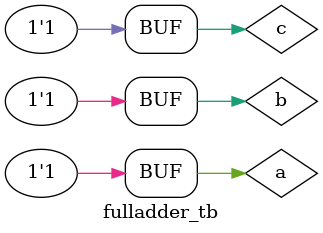
<source format=v>
module fulladder_tb;
reg a,b,c;
wire s,c1;
fulladder inst1(s,c1,a,b,c);
initial
begin
a=0;
b=0;
c=0;
#20
a=0;
b=0;
c=1;
#20
a=0;
b=1;
c=0;
#20
a=0;
b=1;
c=1;
#20
a=1;
b=0;
c=0;
#20
a=1;
b=0;
c=1;
#20
a=1;
b=1;
c=0;
#20
a=1;
b=1;
c=1;
end
endmodule

</source>
